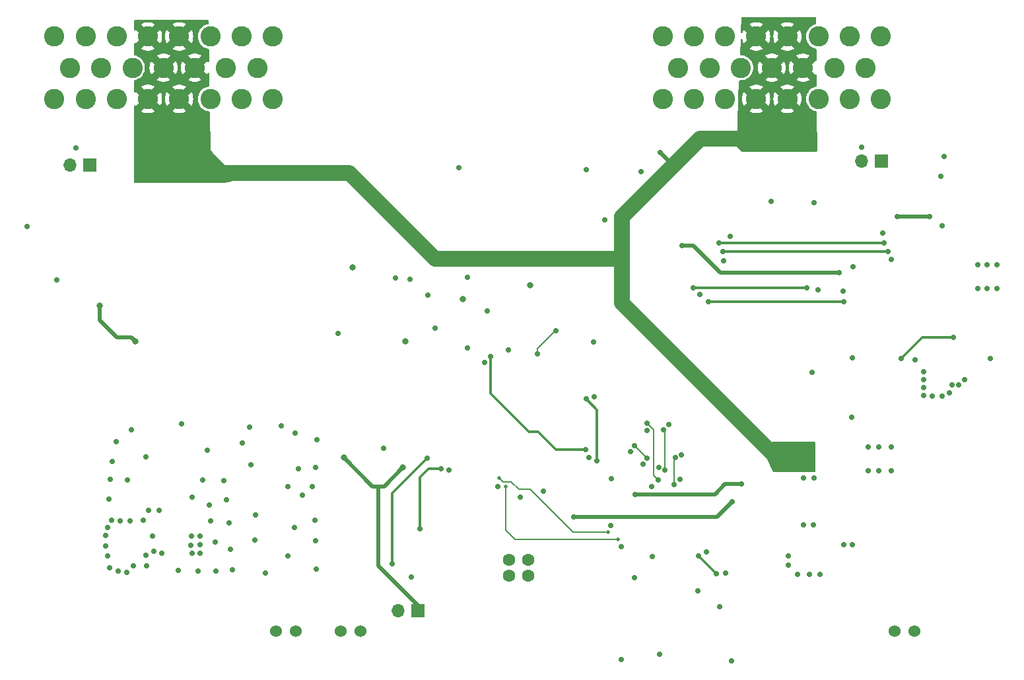
<source format=gbr>
G04 #@! TF.GenerationSoftware,KiCad,Pcbnew,7.0.8*
G04 #@! TF.CreationDate,2024-01-21T01:37:22-07:00*
G04 #@! TF.ProjectId,sdm24logger,73646d32-346c-46f6-9767-65722e6b6963,v3.1*
G04 #@! TF.SameCoordinates,Original*
G04 #@! TF.FileFunction,Copper,L4,Bot*
G04 #@! TF.FilePolarity,Positive*
%FSLAX46Y46*%
G04 Gerber Fmt 4.6, Leading zero omitted, Abs format (unit mm)*
G04 Created by KiCad (PCBNEW 7.0.8) date 2024-01-21 01:37:22*
%MOMM*%
%LPD*%
G01*
G04 APERTURE LIST*
G04 #@! TA.AperFunction,ComponentPad*
%ADD10R,1.700000X1.700000*%
G04 #@! TD*
G04 #@! TA.AperFunction,ComponentPad*
%ADD11O,1.700000X1.700000*%
G04 #@! TD*
G04 #@! TA.AperFunction,ComponentPad*
%ADD12C,2.600000*%
G04 #@! TD*
G04 #@! TA.AperFunction,ComponentPad*
%ADD13C,1.524000*%
G04 #@! TD*
G04 #@! TA.AperFunction,ComponentPad*
%ADD14C,1.600000*%
G04 #@! TD*
G04 #@! TA.AperFunction,ViaPad*
%ADD15C,0.700000*%
G04 #@! TD*
G04 #@! TA.AperFunction,ViaPad*
%ADD16C,0.800000*%
G04 #@! TD*
G04 #@! TA.AperFunction,ViaPad*
%ADD17C,0.500000*%
G04 #@! TD*
G04 #@! TA.AperFunction,Conductor*
%ADD18C,0.500000*%
G04 #@! TD*
G04 #@! TA.AperFunction,Conductor*
%ADD19C,0.300000*%
G04 #@! TD*
G04 #@! TA.AperFunction,Conductor*
%ADD20C,2.000000*%
G04 #@! TD*
G04 #@! TA.AperFunction,Conductor*
%ADD21C,0.156500*%
G04 #@! TD*
G04 #@! TA.AperFunction,Conductor*
%ADD22C,0.200000*%
G04 #@! TD*
G04 APERTURE END LIST*
D10*
X76540000Y-91465000D03*
D11*
X74000000Y-91465000D03*
D12*
X99999999Y-83000000D03*
X96000000Y-83000000D03*
X92000000Y-83000000D03*
X88000000Y-83000000D03*
X84000001Y-83000000D03*
X80000001Y-83000000D03*
X76000002Y-83000000D03*
X72000002Y-83000000D03*
X98000001Y-79000000D03*
X94000001Y-79000000D03*
X90000001Y-79000000D03*
X86000002Y-79000000D03*
X82000002Y-79000000D03*
X78000003Y-79000000D03*
X74000003Y-79000000D03*
X99999999Y-75000000D03*
X96000000Y-75000000D03*
X92000000Y-75000000D03*
X88000000Y-75000000D03*
X84000001Y-75000000D03*
X80000001Y-75000000D03*
X76000002Y-75000000D03*
X72000002Y-75000000D03*
X177999999Y-83000000D03*
X174000000Y-83000000D03*
X170000000Y-83000000D03*
X166000000Y-83000000D03*
X162000001Y-83000000D03*
X158000001Y-83000000D03*
X154000002Y-83000000D03*
X150000002Y-83000000D03*
X176000001Y-79000000D03*
X172000001Y-79000000D03*
X168000001Y-79000000D03*
X164000002Y-79000000D03*
X160000002Y-79000000D03*
X156000003Y-79000000D03*
X152000003Y-79000000D03*
X177999999Y-75000000D03*
X174000000Y-75000000D03*
X170000000Y-75000000D03*
X166000000Y-75000000D03*
X162000001Y-75000000D03*
X158000001Y-75000000D03*
X154000002Y-75000000D03*
X150000002Y-75000000D03*
D10*
X178075000Y-91000000D03*
D11*
X175535000Y-91000000D03*
D10*
X118575000Y-148600000D03*
D11*
X116035000Y-148600000D03*
D13*
X111270000Y-151270000D03*
X108730000Y-151270000D03*
X102970000Y-151270000D03*
X100430000Y-151270000D03*
D14*
X132760000Y-142160000D03*
X130260000Y-142160000D03*
X130260000Y-144160000D03*
X132760000Y-144160000D03*
D13*
X182270000Y-151270000D03*
X179730000Y-151270000D03*
D15*
X188000000Y-119700000D03*
X105100000Y-132700000D03*
X91600000Y-128100000D03*
X81400000Y-131900000D03*
X119900000Y-108200000D03*
X97200000Y-129900000D03*
X149600000Y-154200000D03*
X148700000Y-141700000D03*
X158675000Y-100635000D03*
X90700000Y-139100000D03*
X83400000Y-137000000D03*
X178200000Y-100200000D03*
X83750000Y-141500000D03*
X182400000Y-116500000D03*
X149481236Y-130227534D03*
X89500000Y-140250000D03*
X105400000Y-137000000D03*
X192900000Y-107300000D03*
X92000000Y-137100000D03*
X155650000Y-141100000D03*
X124935000Y-105870000D03*
X179300000Y-130700000D03*
X176400000Y-130700000D03*
X89700000Y-134100000D03*
X186800000Y-120700000D03*
X148000000Y-125500000D03*
X105600000Y-143300000D03*
X176400000Y-127600000D03*
X143400000Y-131700000D03*
X88300000Y-124700000D03*
X168800000Y-144000000D03*
X68500000Y-99400000D03*
X90700000Y-141300000D03*
X108400000Y-113100000D03*
X166100000Y-141600000D03*
X91000000Y-131900000D03*
X185800000Y-121100000D03*
X174300000Y-140200000D03*
X169300000Y-137600000D03*
X188700000Y-119000000D03*
X80200000Y-143600000D03*
X79000000Y-134300000D03*
X174200000Y-123800000D03*
X117600000Y-106100000D03*
X140200000Y-92100000D03*
X127480000Y-110170000D03*
X94100000Y-134400000D03*
X148600000Y-132700000D03*
X94400000Y-137400000D03*
X79300000Y-137000000D03*
X78600000Y-140300000D03*
X140510000Y-128980000D03*
X127200000Y-116800000D03*
X101900000Y-141600000D03*
X99100000Y-143800000D03*
X103300000Y-130400000D03*
X183500000Y-118000000D03*
X179300000Y-103600000D03*
X84600000Y-139100000D03*
X147519293Y-129860280D03*
X152435168Y-128665933D03*
X79200000Y-131800000D03*
X125000000Y-114900000D03*
X81700000Y-137100000D03*
X154800000Y-108100000D03*
X84750000Y-141000000D03*
X84100000Y-135800000D03*
X174300000Y-116200000D03*
X144700000Y-154900000D03*
X190400000Y-104300000D03*
X190400000Y-107300000D03*
X183500000Y-121000000D03*
X168100000Y-137600000D03*
X101100000Y-124900000D03*
D16*
X110200000Y-104600000D03*
D15*
X169200000Y-118100000D03*
X78800000Y-138000000D03*
X157300000Y-148100000D03*
X97000000Y-125100000D03*
X115700000Y-106000000D03*
X150800000Y-124800000D03*
X80400000Y-137100000D03*
X90700000Y-140200000D03*
X186100000Y-90400000D03*
X81900000Y-125400000D03*
X105700000Y-126700000D03*
X92600000Y-139800000D03*
X192000000Y-116300000D03*
X128900000Y-132700000D03*
X134700000Y-133300000D03*
X105500000Y-139700000D03*
X167300000Y-144000000D03*
X179300000Y-127600000D03*
X102800000Y-138000000D03*
X154500000Y-146100000D03*
X82100000Y-142900000D03*
X157800000Y-103800000D03*
X168100000Y-131600000D03*
X102900000Y-125900000D03*
X183500000Y-119000000D03*
X185800000Y-99300000D03*
X72300000Y-106200000D03*
X141100000Y-114200000D03*
X146400000Y-144400000D03*
X94600000Y-140800000D03*
X114200000Y-127800000D03*
X79900000Y-127000000D03*
D16*
X124400000Y-108700000D03*
D15*
X94800000Y-143400000D03*
X169900000Y-107500000D03*
X130200000Y-115200000D03*
D16*
X133000000Y-106900000D03*
D15*
X173100000Y-107700000D03*
X174400000Y-104500000D03*
X185700000Y-92900000D03*
X187100000Y-119700000D03*
X170200000Y-144000000D03*
X175500000Y-89200000D03*
X91900000Y-135100000D03*
X117800000Y-144300000D03*
X177700000Y-127600000D03*
X163875000Y-96135000D03*
X123900000Y-91800000D03*
X78600000Y-139000000D03*
X81300000Y-143700000D03*
D16*
X117000000Y-114100000D03*
D15*
X158050000Y-143840000D03*
X74800000Y-89300000D03*
X89700000Y-141300000D03*
X78800000Y-141600000D03*
X87900000Y-143500000D03*
X85400000Y-135800000D03*
X83700000Y-128900000D03*
X142600000Y-98500000D03*
X158800000Y-155100000D03*
X183500000Y-120000000D03*
X79100000Y-143100000D03*
X144700000Y-140400000D03*
X145860298Y-128219602D03*
X184600000Y-121100000D03*
X177700000Y-130700000D03*
X122600000Y-130600000D03*
X192900000Y-104300000D03*
X92700000Y-143600000D03*
X169400000Y-131600000D03*
X169400000Y-96300000D03*
X105500000Y-130300000D03*
X143300000Y-137700000D03*
X79400000Y-129500000D03*
X131700000Y-134100000D03*
X83800000Y-142900000D03*
X173200000Y-140200000D03*
X191600000Y-107300000D03*
X152200000Y-131800000D03*
X97700000Y-139600000D03*
X101900000Y-132700000D03*
X191600000Y-104300000D03*
X96100000Y-127100000D03*
X89600000Y-139100000D03*
X103800000Y-133800000D03*
X97800000Y-136400000D03*
X85750000Y-141250000D03*
X120800000Y-112400000D03*
X93700000Y-132000000D03*
X141200000Y-121200000D03*
X166100000Y-142800000D03*
X147200000Y-92300000D03*
X90446173Y-143599177D03*
D16*
X82400000Y-114100000D03*
X109100000Y-129000000D03*
D15*
X152500000Y-101800000D03*
X172600000Y-105331032D03*
D16*
X77800000Y-109500000D03*
D15*
X146500000Y-133700000D03*
X180100000Y-98100000D03*
D16*
X116700000Y-130300000D03*
D15*
X160100000Y-132400000D03*
X184200000Y-98100000D03*
X140100000Y-128000000D03*
X127900000Y-116000000D03*
X138600000Y-136600000D03*
X158900000Y-134700000D03*
X167800000Y-128900000D03*
X168800000Y-127900000D03*
X166800000Y-128900000D03*
X166800000Y-127900000D03*
X168800000Y-128900000D03*
X167800000Y-129900000D03*
X167800000Y-127900000D03*
X168800000Y-129900000D03*
X149700000Y-89900000D03*
X166800000Y-129900000D03*
X141600000Y-129400000D03*
X140200000Y-121500000D03*
X156900000Y-143900000D03*
X154600000Y-141600000D03*
X115300000Y-142600000D03*
X119800000Y-129100000D03*
X173200000Y-109000000D03*
X155900000Y-109000000D03*
D17*
X143000000Y-138600000D03*
X129000000Y-131600000D03*
X144300000Y-139500000D03*
X129900000Y-132700000D03*
D15*
X146400000Y-127500000D03*
X148000000Y-129100000D03*
X151600000Y-129000000D03*
X151500000Y-132500000D03*
X149400000Y-131900000D03*
X148000000Y-124600000D03*
X150300000Y-130600000D03*
X150150000Y-125450000D03*
X153900000Y-107200000D03*
X168500000Y-107200000D03*
X136300000Y-112700000D03*
X133900000Y-115700000D03*
X118900000Y-138100000D03*
X121600000Y-130400000D03*
X157700000Y-102600000D03*
X178900000Y-102600000D03*
X157200000Y-101500000D03*
X178400000Y-101500000D03*
X180600000Y-116300000D03*
X187300000Y-113600000D03*
D18*
X153900000Y-101800000D02*
X152500000Y-101800000D01*
X114300000Y-132700000D02*
X113500000Y-132700000D01*
X80000000Y-113600000D02*
X77800000Y-111400000D01*
X118575000Y-147975000D02*
X113500000Y-142900000D01*
X184200000Y-98100000D02*
X180100000Y-98100000D01*
X113500000Y-142900000D02*
X113500000Y-132700000D01*
X156700000Y-133700000D02*
X158000000Y-132400000D01*
X113500000Y-132700000D02*
X112800000Y-132700000D01*
X158000000Y-132400000D02*
X160100000Y-132400000D01*
X77800000Y-111400000D02*
X77800000Y-109500000D01*
X146500000Y-133700000D02*
X156700000Y-133700000D01*
X81900000Y-113600000D02*
X80000000Y-113600000D01*
X116700000Y-130300000D02*
X114300000Y-132700000D01*
X118575000Y-148600000D02*
X118575000Y-147975000D01*
X112800000Y-132700000D02*
X109100000Y-129000000D01*
X157431032Y-105331032D02*
X153900000Y-101800000D01*
X82400000Y-114100000D02*
X81900000Y-113600000D01*
X172600000Y-105331032D02*
X157431032Y-105331032D01*
D19*
X136300000Y-128000000D02*
X140100000Y-128000000D01*
X134000000Y-125700000D02*
X136300000Y-128000000D01*
X132800000Y-125700000D02*
X134000000Y-125700000D01*
X127900000Y-116000000D02*
X127900000Y-120800000D01*
X127900000Y-120800000D02*
X132800000Y-125700000D01*
D18*
X138600000Y-136600000D02*
X157000000Y-136600000D01*
X157000000Y-136600000D02*
X158900000Y-134700000D01*
D20*
X167800000Y-128900000D02*
X164500000Y-128900000D01*
X154800000Y-88100000D02*
X162500000Y-88100000D01*
X144800000Y-103500000D02*
X144800000Y-98100000D01*
X93500001Y-92500000D02*
X88000000Y-86999999D01*
D18*
X151350000Y-91550000D02*
X149700000Y-89900000D01*
D20*
X144800000Y-109200000D02*
X144800000Y-103500000D01*
X151350000Y-91550000D02*
X154800000Y-88100000D01*
X120800000Y-103500000D02*
X109800000Y-92500000D01*
X109800000Y-92500000D02*
X93500001Y-92500000D01*
X144800000Y-103500000D02*
X120800000Y-103500000D01*
X164500000Y-128900000D02*
X144800000Y-109200000D01*
X144800000Y-98100000D02*
X151350000Y-91550000D01*
D19*
X141600000Y-122900000D02*
X140200000Y-121500000D01*
X141600000Y-129400000D02*
X141600000Y-122900000D01*
X154600000Y-141600000D02*
X156900000Y-143900000D01*
X119800000Y-129100000D02*
X115300000Y-133600000D01*
X115300000Y-133600000D02*
X115300000Y-142600000D01*
X155900000Y-109000000D02*
X173200000Y-109000000D01*
D21*
X129500000Y-132100000D02*
X129700000Y-132100000D01*
X138500000Y-138600000D02*
X143000000Y-138600000D01*
X129000000Y-131600000D02*
X129500000Y-132100000D01*
X130588480Y-132100000D02*
X131588480Y-133100000D01*
X133000000Y-133100000D02*
X138500000Y-138600000D01*
X129700000Y-132100000D02*
X130588480Y-132100000D01*
X131588480Y-133100000D02*
X133000000Y-133100000D01*
X131100000Y-139500000D02*
X129900000Y-138300000D01*
X144300000Y-139500000D02*
X131100000Y-139500000D01*
X129900000Y-138300000D02*
X129900000Y-132700000D01*
X148000000Y-129100000D02*
X146400000Y-127500000D01*
X151500000Y-132500000D02*
X151500000Y-129100000D01*
X151500000Y-129100000D02*
X151600000Y-129000000D01*
X148800000Y-125400000D02*
X148000000Y-124600000D01*
X148800000Y-131300000D02*
X148800000Y-125400000D01*
X149400000Y-131900000D02*
X148800000Y-131300000D01*
X150300000Y-130600000D02*
X150300000Y-125600000D01*
X150300000Y-125600000D02*
X150150000Y-125450000D01*
D19*
X153900000Y-107200000D02*
X168500000Y-107200000D01*
D22*
X136200000Y-112700000D02*
X136300000Y-112700000D01*
X133900000Y-115700000D02*
X133900000Y-115000000D01*
X133900000Y-115000000D02*
X136200000Y-112700000D01*
D19*
X118900000Y-138100000D02*
X118900000Y-131500000D01*
X120000000Y-130400000D02*
X121600000Y-130400000D01*
X118900000Y-131500000D02*
X120000000Y-130400000D01*
X157700000Y-102600000D02*
X178900000Y-102600000D01*
X157200000Y-101500000D02*
X178400000Y-101500000D01*
X183300000Y-113600000D02*
X187300000Y-113600000D01*
X180600000Y-116300000D02*
X183300000Y-113600000D01*
G04 #@! TA.AperFunction,Conductor*
G36*
X91744524Y-72919685D02*
G01*
X91790279Y-72972489D01*
X91801476Y-73022507D01*
X91804838Y-73301626D01*
X91785962Y-73368897D01*
X91733713Y-73415285D01*
X91709794Y-73423693D01*
X91503889Y-73473126D01*
X91271140Y-73569533D01*
X91056346Y-73701160D01*
X91056343Y-73701161D01*
X90864776Y-73864776D01*
X90701161Y-74056343D01*
X90701160Y-74056346D01*
X90569533Y-74271140D01*
X90473126Y-74503889D01*
X90414317Y-74748848D01*
X90394551Y-75000000D01*
X90414317Y-75251151D01*
X90473126Y-75496110D01*
X90569533Y-75728859D01*
X90701160Y-75943653D01*
X90701161Y-75943656D01*
X90756604Y-76008571D01*
X90864776Y-76135224D01*
X91013066Y-76261875D01*
X91056343Y-76298838D01*
X91056346Y-76298839D01*
X91271140Y-76430466D01*
X91503889Y-76526873D01*
X91748852Y-76585683D01*
X91748857Y-76585683D01*
X91750801Y-76586150D01*
X91811393Y-76620940D01*
X91843557Y-76682966D01*
X91845845Y-76705230D01*
X91863426Y-78164480D01*
X91844550Y-78231752D01*
X91792302Y-78278140D01*
X91723268Y-78288916D01*
X91659367Y-78260658D01*
X91627709Y-78219763D01*
X91626288Y-78216813D01*
X91576510Y-78130595D01*
X90865478Y-78841628D01*
X90818863Y-78673735D01*
X90729582Y-78505332D01*
X90606185Y-78360059D01*
X90454445Y-78244709D01*
X90281455Y-78164675D01*
X90155864Y-78137030D01*
X90871197Y-77421697D01*
X90871196Y-77421695D01*
X90659461Y-77319730D01*
X90659463Y-77319730D01*
X90401663Y-77240209D01*
X90401657Y-77240207D01*
X90134899Y-77200000D01*
X89865102Y-77200000D01*
X89598344Y-77240207D01*
X89598338Y-77240209D01*
X89340539Y-77319730D01*
X89128804Y-77421695D01*
X89128804Y-77421696D01*
X89842743Y-78135635D01*
X89810512Y-78139141D01*
X89629883Y-78200002D01*
X89466560Y-78298270D01*
X89328180Y-78429350D01*
X89221214Y-78587113D01*
X89150663Y-78764183D01*
X89137481Y-78844587D01*
X88423490Y-78130596D01*
X88373709Y-78216821D01*
X88373707Y-78216825D01*
X88275149Y-78467947D01*
X88275143Y-78467966D01*
X88215114Y-78730971D01*
X88215114Y-78730973D01*
X88194954Y-78999995D01*
X88194954Y-79000004D01*
X88215114Y-79269026D01*
X88215114Y-79269028D01*
X88275143Y-79532033D01*
X88275149Y-79532052D01*
X88373710Y-79783181D01*
X88423490Y-79869402D01*
X88423491Y-79869403D01*
X89134523Y-79158370D01*
X89181139Y-79326265D01*
X89270420Y-79494668D01*
X89393817Y-79639941D01*
X89545557Y-79755291D01*
X89718547Y-79835325D01*
X89844137Y-79862969D01*
X89128803Y-80578303D01*
X89340540Y-80680269D01*
X89340538Y-80680269D01*
X89598338Y-80759790D01*
X89598344Y-80759792D01*
X89865102Y-80799999D01*
X89865111Y-80800000D01*
X90134891Y-80800000D01*
X90134899Y-80799999D01*
X90401657Y-80759792D01*
X90401663Y-80759790D01*
X90659459Y-80680270D01*
X90871196Y-80578302D01*
X90157258Y-79864364D01*
X90189490Y-79860859D01*
X90370119Y-79799998D01*
X90533442Y-79701730D01*
X90671822Y-79570650D01*
X90778788Y-79412887D01*
X90849339Y-79235817D01*
X90862520Y-79155413D01*
X91576510Y-79869403D01*
X91576511Y-79869403D01*
X91626290Y-79783183D01*
X91643508Y-79739313D01*
X91686323Y-79684099D01*
X91752193Y-79660798D01*
X91820204Y-79676807D01*
X91868763Y-79727044D01*
X91882928Y-79783120D01*
X91901038Y-81286220D01*
X91882163Y-81353492D01*
X91829914Y-81399880D01*
X91786779Y-81411332D01*
X91784364Y-81411522D01*
X91748852Y-81414317D01*
X91748848Y-81414318D01*
X91503889Y-81473126D01*
X91271140Y-81569533D01*
X91056346Y-81701160D01*
X91056343Y-81701161D01*
X90864776Y-81864776D01*
X90701161Y-82056343D01*
X90701160Y-82056346D01*
X90569533Y-82271140D01*
X90473126Y-82503889D01*
X90414317Y-82748848D01*
X90394551Y-83000000D01*
X90414317Y-83251151D01*
X90473126Y-83496110D01*
X90569533Y-83728859D01*
X90701160Y-83943653D01*
X90701161Y-83943656D01*
X90756604Y-84008571D01*
X90864776Y-84135224D01*
X91013066Y-84261875D01*
X91056343Y-84298838D01*
X91056346Y-84298839D01*
X91271140Y-84430466D01*
X91503889Y-84526873D01*
X91748852Y-84585683D01*
X91828075Y-84591918D01*
X91893363Y-84616802D01*
X91934834Y-84673033D01*
X91942337Y-84714042D01*
X92000000Y-89500001D01*
X94887947Y-93350596D01*
X94912423Y-93416038D01*
X94897633Y-93484325D01*
X94848272Y-93533775D01*
X94818822Y-93545294D01*
X94296000Y-93676000D01*
X93814807Y-93796298D01*
X93784734Y-93800000D01*
X82324000Y-93800000D01*
X82256961Y-93780315D01*
X82211206Y-93727511D01*
X82200000Y-93676000D01*
X82200000Y-83945080D01*
X82219685Y-83878041D01*
X82272489Y-83832286D01*
X82341647Y-83822342D01*
X82405203Y-83851367D01*
X82419680Y-83868901D01*
X82423491Y-83869403D01*
X83134523Y-83158370D01*
X83181139Y-83326265D01*
X83270420Y-83494668D01*
X83393817Y-83639941D01*
X83545557Y-83755291D01*
X83718547Y-83835325D01*
X83844137Y-83862969D01*
X83128803Y-84578303D01*
X83340540Y-84680269D01*
X83340538Y-84680269D01*
X83598338Y-84759790D01*
X83598344Y-84759792D01*
X83865102Y-84799999D01*
X83865111Y-84800000D01*
X84134891Y-84800000D01*
X84134899Y-84799999D01*
X84401657Y-84759792D01*
X84401663Y-84759790D01*
X84659459Y-84680270D01*
X84871196Y-84578302D01*
X84157258Y-83864364D01*
X84189490Y-83860859D01*
X84370119Y-83799998D01*
X84533442Y-83701730D01*
X84671822Y-83570650D01*
X84778788Y-83412887D01*
X84849339Y-83235817D01*
X84862520Y-83155412D01*
X85576510Y-83869403D01*
X85576511Y-83869403D01*
X85626291Y-83783182D01*
X85626294Y-83783175D01*
X85724852Y-83532052D01*
X85724858Y-83532033D01*
X85784887Y-83269028D01*
X85784887Y-83269026D01*
X85805048Y-83000004D01*
X86194953Y-83000004D01*
X86215113Y-83269026D01*
X86215113Y-83269028D01*
X86275142Y-83532033D01*
X86275148Y-83532052D01*
X86373709Y-83783181D01*
X86423489Y-83869402D01*
X86423490Y-83869403D01*
X87134522Y-83158370D01*
X87181138Y-83326265D01*
X87270419Y-83494668D01*
X87393816Y-83639941D01*
X87545556Y-83755291D01*
X87718546Y-83835325D01*
X87844136Y-83862969D01*
X87128802Y-84578303D01*
X87340539Y-84680269D01*
X87340537Y-84680269D01*
X87598337Y-84759790D01*
X87598343Y-84759792D01*
X87865101Y-84799999D01*
X87865110Y-84800000D01*
X88134890Y-84800000D01*
X88134898Y-84799999D01*
X88401656Y-84759792D01*
X88401662Y-84759790D01*
X88659458Y-84680270D01*
X88871195Y-84578302D01*
X88157257Y-83864364D01*
X88189489Y-83860859D01*
X88370118Y-83799998D01*
X88533441Y-83701730D01*
X88671821Y-83570650D01*
X88778787Y-83412887D01*
X88849338Y-83235817D01*
X88862519Y-83155413D01*
X89576509Y-83869403D01*
X89576510Y-83869403D01*
X89626290Y-83783182D01*
X89626293Y-83783175D01*
X89724851Y-83532052D01*
X89724857Y-83532033D01*
X89784886Y-83269028D01*
X89784886Y-83269026D01*
X89805047Y-83000004D01*
X89805047Y-82999995D01*
X89784886Y-82730973D01*
X89784886Y-82730971D01*
X89724857Y-82467966D01*
X89724851Y-82467947D01*
X89626290Y-82216818D01*
X89576509Y-82130595D01*
X88865477Y-82841628D01*
X88818862Y-82673735D01*
X88729581Y-82505332D01*
X88606184Y-82360059D01*
X88454444Y-82244709D01*
X88281454Y-82164675D01*
X88155863Y-82137030D01*
X88871196Y-81421697D01*
X88871195Y-81421695D01*
X88659460Y-81319730D01*
X88659462Y-81319730D01*
X88401662Y-81240209D01*
X88401656Y-81240207D01*
X88134898Y-81200000D01*
X87865101Y-81200000D01*
X87598343Y-81240207D01*
X87598337Y-81240209D01*
X87340538Y-81319730D01*
X87128803Y-81421695D01*
X87128803Y-81421696D01*
X87842742Y-82135635D01*
X87810511Y-82139141D01*
X87629882Y-82200002D01*
X87466559Y-82298270D01*
X87328179Y-82429350D01*
X87221213Y-82587113D01*
X87150662Y-82764183D01*
X87137480Y-82844587D01*
X86423489Y-82130596D01*
X86373708Y-82216821D01*
X86373706Y-82216825D01*
X86275148Y-82467947D01*
X86275142Y-82467966D01*
X86215113Y-82730971D01*
X86215113Y-82730973D01*
X86194953Y-82999995D01*
X86194953Y-83000004D01*
X85805048Y-83000004D01*
X85805048Y-82999995D01*
X85784887Y-82730973D01*
X85784887Y-82730971D01*
X85724858Y-82467966D01*
X85724852Y-82467947D01*
X85626291Y-82216818D01*
X85576510Y-82130595D01*
X84865478Y-82841628D01*
X84818863Y-82673735D01*
X84729582Y-82505332D01*
X84606185Y-82360059D01*
X84454445Y-82244709D01*
X84281455Y-82164675D01*
X84155864Y-82137030D01*
X84871197Y-81421697D01*
X84871196Y-81421695D01*
X84659461Y-81319730D01*
X84659463Y-81319730D01*
X84401663Y-81240209D01*
X84401657Y-81240207D01*
X84134899Y-81200000D01*
X83865102Y-81200000D01*
X83598344Y-81240207D01*
X83598338Y-81240209D01*
X83340539Y-81319730D01*
X83128804Y-81421695D01*
X83128804Y-81421696D01*
X83842743Y-82135635D01*
X83810512Y-82139141D01*
X83629883Y-82200002D01*
X83466560Y-82298270D01*
X83328180Y-82429350D01*
X83221214Y-82587113D01*
X83150663Y-82764183D01*
X83137481Y-82844587D01*
X82423490Y-82130596D01*
X82416007Y-82131581D01*
X82380820Y-82165132D01*
X82312213Y-82178356D01*
X82247349Y-82152388D01*
X82206820Y-82095474D01*
X82200000Y-82054917D01*
X82200000Y-80695716D01*
X82219685Y-80628677D01*
X82272489Y-80582922D01*
X82295047Y-80575144D01*
X82496113Y-80526873D01*
X82728861Y-80430466D01*
X82943661Y-80298836D01*
X83135226Y-80135224D01*
X83298838Y-79943659D01*
X83430468Y-79728859D01*
X83526875Y-79496111D01*
X83585685Y-79251148D01*
X83605451Y-79000004D01*
X84194955Y-79000004D01*
X84215115Y-79269026D01*
X84215115Y-79269028D01*
X84275144Y-79532033D01*
X84275150Y-79532052D01*
X84373711Y-79783181D01*
X84423491Y-79869402D01*
X84423492Y-79869403D01*
X85134524Y-79158370D01*
X85181140Y-79326265D01*
X85270421Y-79494668D01*
X85393818Y-79639941D01*
X85545558Y-79755291D01*
X85718548Y-79835325D01*
X85844138Y-79862969D01*
X85128804Y-80578303D01*
X85340541Y-80680269D01*
X85340539Y-80680269D01*
X85598339Y-80759790D01*
X85598345Y-80759792D01*
X85865103Y-80799999D01*
X85865112Y-80800000D01*
X86134892Y-80800000D01*
X86134900Y-80799999D01*
X86401658Y-80759792D01*
X86401664Y-80759790D01*
X86659460Y-80680270D01*
X86871197Y-80578302D01*
X86157259Y-79864364D01*
X86189491Y-79860859D01*
X86370120Y-79799998D01*
X86533443Y-79701730D01*
X86671823Y-79570650D01*
X86778789Y-79412887D01*
X86849340Y-79235817D01*
X86862521Y-79155413D01*
X87576511Y-79869403D01*
X87576512Y-79869403D01*
X87626292Y-79783182D01*
X87626295Y-79783175D01*
X87724853Y-79532052D01*
X87724859Y-79532033D01*
X87784888Y-79269028D01*
X87784888Y-79269026D01*
X87805049Y-79000004D01*
X87805049Y-78999995D01*
X87784888Y-78730973D01*
X87784888Y-78730971D01*
X87724859Y-78467966D01*
X87724853Y-78467947D01*
X87626292Y-78216818D01*
X87576511Y-78130595D01*
X86865479Y-78841628D01*
X86818864Y-78673735D01*
X86729583Y-78505332D01*
X86606186Y-78360059D01*
X86454446Y-78244709D01*
X86281456Y-78164675D01*
X86155865Y-78137030D01*
X86871198Y-77421697D01*
X86871197Y-77421695D01*
X86659462Y-77319730D01*
X86659464Y-77319730D01*
X86401664Y-77240209D01*
X86401658Y-77240207D01*
X86134900Y-77200000D01*
X85865103Y-77200000D01*
X85598345Y-77240207D01*
X85598339Y-77240209D01*
X85340540Y-77319730D01*
X85128805Y-77421695D01*
X85128805Y-77421696D01*
X85842744Y-78135635D01*
X85810513Y-78139141D01*
X85629884Y-78200002D01*
X85466561Y-78298270D01*
X85328181Y-78429350D01*
X85221215Y-78587113D01*
X85150664Y-78764183D01*
X85137482Y-78844587D01*
X84423491Y-78130596D01*
X84373710Y-78216821D01*
X84373708Y-78216825D01*
X84275150Y-78467947D01*
X84275144Y-78467966D01*
X84215115Y-78730971D01*
X84215115Y-78730973D01*
X84194955Y-78999995D01*
X84194955Y-79000004D01*
X83605451Y-79000004D01*
X83605451Y-79000000D01*
X83585685Y-78748852D01*
X83526875Y-78503889D01*
X83467299Y-78360059D01*
X83430468Y-78271140D01*
X83298841Y-78056346D01*
X83298840Y-78056343D01*
X83261877Y-78013066D01*
X83135226Y-77864776D01*
X83008573Y-77756604D01*
X82943658Y-77701161D01*
X82943655Y-77701160D01*
X82728861Y-77569533D01*
X82496112Y-77473126D01*
X82295053Y-77424857D01*
X82234461Y-77390066D01*
X82202297Y-77328040D01*
X82200000Y-77304283D01*
X82200000Y-75945080D01*
X82219685Y-75878041D01*
X82272489Y-75832286D01*
X82341647Y-75822342D01*
X82405203Y-75851367D01*
X82419680Y-75868901D01*
X82423491Y-75869403D01*
X83134523Y-75158370D01*
X83181139Y-75326265D01*
X83270420Y-75494668D01*
X83393817Y-75639941D01*
X83545557Y-75755291D01*
X83718547Y-75835325D01*
X83844137Y-75862969D01*
X83128803Y-76578303D01*
X83340540Y-76680269D01*
X83340538Y-76680269D01*
X83598338Y-76759790D01*
X83598344Y-76759792D01*
X83865102Y-76799999D01*
X83865111Y-76800000D01*
X84134891Y-76800000D01*
X84134899Y-76799999D01*
X84401657Y-76759792D01*
X84401663Y-76759790D01*
X84659459Y-76680270D01*
X84871196Y-76578302D01*
X84157258Y-75864364D01*
X84189490Y-75860859D01*
X84370119Y-75799998D01*
X84533442Y-75701730D01*
X84671822Y-75570650D01*
X84778788Y-75412887D01*
X84849339Y-75235817D01*
X84862520Y-75155412D01*
X85576510Y-75869403D01*
X85576511Y-75869403D01*
X85626291Y-75783182D01*
X85626294Y-75783175D01*
X85724852Y-75532052D01*
X85724858Y-75532033D01*
X85784887Y-75269028D01*
X85784887Y-75269026D01*
X85805048Y-75000004D01*
X86194953Y-75000004D01*
X86215113Y-75269026D01*
X86215113Y-75269028D01*
X86275142Y-75532033D01*
X86275148Y-75532052D01*
X86373709Y-75783181D01*
X86423489Y-75869402D01*
X86423490Y-75869403D01*
X87134522Y-75158370D01*
X87181138Y-75326265D01*
X87270419Y-75494668D01*
X87393816Y-75639941D01*
X87545556Y-75755291D01*
X87718546Y-75835325D01*
X87844136Y-75862969D01*
X87128802Y-76578303D01*
X87340539Y-76680269D01*
X87340537Y-76680269D01*
X87598337Y-76759790D01*
X87598343Y-76759792D01*
X87865101Y-76799999D01*
X87865110Y-76800000D01*
X88134890Y-76800000D01*
X88134898Y-76799999D01*
X88401656Y-76759792D01*
X88401662Y-76759790D01*
X88659458Y-76680270D01*
X88871195Y-76578302D01*
X88157257Y-75864364D01*
X88189489Y-75860859D01*
X88370118Y-75799998D01*
X88533441Y-75701730D01*
X88671821Y-75570650D01*
X88778787Y-75412887D01*
X88849338Y-75235817D01*
X88862519Y-75155413D01*
X89576509Y-75869403D01*
X89576510Y-75869403D01*
X89626290Y-75783182D01*
X89626293Y-75783175D01*
X89724851Y-75532052D01*
X89724857Y-75532033D01*
X89784886Y-75269028D01*
X89784886Y-75269026D01*
X89805047Y-75000004D01*
X89805047Y-74999995D01*
X89784886Y-74730973D01*
X89784886Y-74730971D01*
X89724857Y-74467966D01*
X89724851Y-74467947D01*
X89626290Y-74216818D01*
X89576509Y-74130595D01*
X88865477Y-74841628D01*
X88818862Y-74673735D01*
X88729581Y-74505332D01*
X88606184Y-74360059D01*
X88454444Y-74244709D01*
X88281454Y-74164675D01*
X88155863Y-74137030D01*
X88871196Y-73421697D01*
X88871195Y-73421695D01*
X88659460Y-73319730D01*
X88659462Y-73319730D01*
X88401662Y-73240209D01*
X88401656Y-73240207D01*
X88134898Y-73200000D01*
X87865101Y-73200000D01*
X87598343Y-73240207D01*
X87598337Y-73240209D01*
X87340538Y-73319730D01*
X87128803Y-73421695D01*
X87128803Y-73421696D01*
X87842742Y-74135635D01*
X87810511Y-74139141D01*
X87629882Y-74200002D01*
X87466559Y-74298270D01*
X87328179Y-74429350D01*
X87221213Y-74587113D01*
X87150662Y-74764183D01*
X87137480Y-74844587D01*
X86423489Y-74130596D01*
X86373708Y-74216821D01*
X86373706Y-74216825D01*
X86275148Y-74467947D01*
X86275142Y-74467966D01*
X86215113Y-74730971D01*
X86215113Y-74730973D01*
X86194953Y-74999995D01*
X86194953Y-75000004D01*
X85805048Y-75000004D01*
X85805048Y-74999995D01*
X85784887Y-74730973D01*
X85784887Y-74730971D01*
X85724858Y-74467966D01*
X85724852Y-74467947D01*
X85626291Y-74216818D01*
X85576510Y-74130595D01*
X84865478Y-74841628D01*
X84818863Y-74673735D01*
X84729582Y-74505332D01*
X84606185Y-74360059D01*
X84454445Y-74244709D01*
X84281455Y-74164675D01*
X84155864Y-74137030D01*
X84871197Y-73421697D01*
X84871196Y-73421695D01*
X84659461Y-73319730D01*
X84659463Y-73319730D01*
X84401663Y-73240209D01*
X84401657Y-73240207D01*
X84134899Y-73200000D01*
X83865102Y-73200000D01*
X83598344Y-73240207D01*
X83598338Y-73240209D01*
X83340539Y-73319730D01*
X83128804Y-73421695D01*
X83128804Y-73421696D01*
X83842743Y-74135635D01*
X83810512Y-74139141D01*
X83629883Y-74200002D01*
X83466560Y-74298270D01*
X83328180Y-74429350D01*
X83221214Y-74587113D01*
X83150663Y-74764183D01*
X83137481Y-74844587D01*
X82423490Y-74130596D01*
X82416007Y-74131581D01*
X82380820Y-74165132D01*
X82312213Y-74178356D01*
X82247349Y-74152388D01*
X82206820Y-74095474D01*
X82200000Y-74054917D01*
X82200000Y-73024000D01*
X82219685Y-72956961D01*
X82272489Y-72911206D01*
X82324000Y-72900000D01*
X91677485Y-72900000D01*
X91744524Y-72919685D01*
G37*
G04 #@! TD.AperFunction*
G04 #@! TA.AperFunction,Conductor*
G36*
X169643754Y-72519685D02*
G01*
X169689509Y-72572489D01*
X169700713Y-72623283D01*
X169704776Y-73326426D01*
X169685479Y-73393579D01*
X169632940Y-73439638D01*
X169609727Y-73447716D01*
X169503893Y-73473125D01*
X169503884Y-73473128D01*
X169271144Y-73569531D01*
X169271141Y-73569533D01*
X169056346Y-73701160D01*
X169056343Y-73701161D01*
X168864776Y-73864776D01*
X168701161Y-74056343D01*
X168701160Y-74056346D01*
X168569533Y-74271140D01*
X168473126Y-74503889D01*
X168414317Y-74748848D01*
X168394551Y-75000000D01*
X168414317Y-75251151D01*
X168473126Y-75496110D01*
X168569533Y-75728859D01*
X168701160Y-75943653D01*
X168701161Y-75943656D01*
X168701164Y-75943659D01*
X168864776Y-76135224D01*
X169013066Y-76261875D01*
X169056343Y-76298838D01*
X169056346Y-76298839D01*
X169271140Y-76430466D01*
X169503889Y-76526873D01*
X169629091Y-76556931D01*
X169689683Y-76591721D01*
X169721847Y-76653748D01*
X169724142Y-76676788D01*
X169731843Y-78008933D01*
X169712546Y-78076085D01*
X169660008Y-78122145D01*
X169591662Y-78132589D01*
X169576511Y-78130594D01*
X168865478Y-78841628D01*
X168818863Y-78673735D01*
X168729582Y-78505332D01*
X168606185Y-78360059D01*
X168454445Y-78244709D01*
X168281455Y-78164675D01*
X168155864Y-78137030D01*
X168871197Y-77421697D01*
X168871196Y-77421695D01*
X168659461Y-77319730D01*
X168659463Y-77319730D01*
X168401663Y-77240209D01*
X168401657Y-77240207D01*
X168134899Y-77200000D01*
X167865102Y-77200000D01*
X167598344Y-77240207D01*
X167598338Y-77240209D01*
X167340539Y-77319730D01*
X167128804Y-77421695D01*
X167128804Y-77421696D01*
X167842743Y-78135635D01*
X167810512Y-78139141D01*
X167629883Y-78200002D01*
X167466560Y-78298270D01*
X167328180Y-78429350D01*
X167221214Y-78587113D01*
X167150663Y-78764183D01*
X167137481Y-78844587D01*
X166423490Y-78130596D01*
X166373709Y-78216821D01*
X166373707Y-78216825D01*
X166275149Y-78467947D01*
X166275143Y-78467966D01*
X166215114Y-78730971D01*
X166215114Y-78730973D01*
X166194954Y-78999995D01*
X166194954Y-79000004D01*
X166215114Y-79269026D01*
X166215114Y-79269028D01*
X166275143Y-79532033D01*
X166275149Y-79532052D01*
X166373710Y-79783181D01*
X166423490Y-79869402D01*
X166423491Y-79869403D01*
X167134523Y-79158370D01*
X167181139Y-79326265D01*
X167270420Y-79494668D01*
X167393817Y-79639941D01*
X167545557Y-79755291D01*
X167718547Y-79835325D01*
X167844137Y-79862969D01*
X167128803Y-80578303D01*
X167340540Y-80680269D01*
X167340538Y-80680269D01*
X167598338Y-80759790D01*
X167598344Y-80759792D01*
X167865102Y-80799999D01*
X167865111Y-80800000D01*
X168134891Y-80800000D01*
X168134899Y-80799999D01*
X168401657Y-80759792D01*
X168401663Y-80759790D01*
X168659459Y-80680270D01*
X168871196Y-80578302D01*
X168157258Y-79864364D01*
X168189490Y-79860859D01*
X168370119Y-79799998D01*
X168533442Y-79701730D01*
X168671822Y-79570650D01*
X168778788Y-79412887D01*
X168849339Y-79235817D01*
X168862520Y-79155412D01*
X169576510Y-79869403D01*
X169603100Y-79865903D01*
X169672135Y-79876669D01*
X169724391Y-79923049D01*
X169743283Y-79988125D01*
X169750955Y-81315340D01*
X169731658Y-81382492D01*
X169679120Y-81428552D01*
X169655904Y-81436631D01*
X169503889Y-81473126D01*
X169271140Y-81569533D01*
X169056346Y-81701160D01*
X169056343Y-81701161D01*
X168864776Y-81864776D01*
X168701161Y-82056343D01*
X168701160Y-82056346D01*
X168569533Y-82271140D01*
X168473126Y-82503889D01*
X168414317Y-82748848D01*
X168394551Y-83000000D01*
X168414317Y-83251151D01*
X168473126Y-83496110D01*
X168569533Y-83728859D01*
X168701160Y-83943653D01*
X168701161Y-83943656D01*
X168701164Y-83943659D01*
X168864776Y-84135224D01*
X169013066Y-84261875D01*
X169056343Y-84298838D01*
X169056346Y-84298839D01*
X169271140Y-84430466D01*
X169503889Y-84526873D01*
X169675399Y-84568048D01*
X169735990Y-84602838D01*
X169768154Y-84664865D01*
X169770449Y-84687905D01*
X169799279Y-89675283D01*
X169779982Y-89742435D01*
X169727444Y-89788495D01*
X169675281Y-89800000D01*
X160251362Y-89800000D01*
X160184323Y-89780315D01*
X160163681Y-89763681D01*
X159538188Y-89138188D01*
X159504703Y-89076865D01*
X159501950Y-89046034D01*
X159720481Y-83000004D01*
X160194954Y-83000004D01*
X160215114Y-83269026D01*
X160215114Y-83269028D01*
X160275143Y-83532033D01*
X160275149Y-83532052D01*
X160373710Y-83783181D01*
X160423490Y-83869402D01*
X160423491Y-83869403D01*
X161134523Y-83158370D01*
X161181139Y-83326265D01*
X161270420Y-83494668D01*
X161393817Y-83639941D01*
X161545557Y-83755291D01*
X161718547Y-83835325D01*
X161844137Y-83862969D01*
X161128803Y-84578303D01*
X161340540Y-84680269D01*
X161340538Y-84680269D01*
X161598338Y-84759790D01*
X161598344Y-84759792D01*
X161865102Y-84799999D01*
X161865111Y-84800000D01*
X162134891Y-84800000D01*
X162134899Y-84799999D01*
X162401657Y-84759792D01*
X162401663Y-84759790D01*
X162659459Y-84680270D01*
X162871196Y-84578302D01*
X162157258Y-83864364D01*
X162189490Y-83860859D01*
X162370119Y-83799998D01*
X162533442Y-83701730D01*
X162671822Y-83570650D01*
X162778788Y-83412887D01*
X162849339Y-83235817D01*
X162862520Y-83155412D01*
X163576510Y-83869403D01*
X163576511Y-83869403D01*
X163626291Y-83783182D01*
X163626294Y-83783175D01*
X163724852Y-83532052D01*
X163724858Y-83532033D01*
X163784887Y-83269028D01*
X163784887Y-83269026D01*
X163805048Y-83000004D01*
X164194953Y-83000004D01*
X164215113Y-83269026D01*
X164215113Y-83269028D01*
X164275142Y-83532033D01*
X164275148Y-83532052D01*
X164373709Y-83783181D01*
X164423489Y-83869402D01*
X164423490Y-83869403D01*
X165134522Y-83158370D01*
X165181138Y-83326265D01*
X165270419Y-83494668D01*
X165393816Y-83639941D01*
X165545556Y-83755291D01*
X165718546Y-83835325D01*
X165844136Y-83862969D01*
X165128802Y-84578303D01*
X165340539Y-84680269D01*
X165340537Y-84680269D01*
X165598337Y-84759790D01*
X165598343Y-84759792D01*
X165865101Y-84799999D01*
X165865110Y-84800000D01*
X166134890Y-84800000D01*
X166134898Y-84799999D01*
X166401656Y-84759792D01*
X166401662Y-84759790D01*
X166659458Y-84680270D01*
X166871195Y-84578302D01*
X166157257Y-83864364D01*
X166189489Y-83860859D01*
X166370118Y-83799998D01*
X166533441Y-83701730D01*
X166671821Y-83570650D01*
X166778787Y-83412887D01*
X166849338Y-83235817D01*
X166862519Y-83155413D01*
X167576509Y-83869403D01*
X167576510Y-83869403D01*
X167626290Y-83783182D01*
X167626293Y-83783175D01*
X167724851Y-83532052D01*
X167724857Y-83532033D01*
X167784886Y-83269028D01*
X167784886Y-83269026D01*
X167805047Y-83000004D01*
X167805047Y-82999995D01*
X167784886Y-82730973D01*
X167784886Y-82730971D01*
X167724857Y-82467966D01*
X167724851Y-82467947D01*
X167626290Y-82216818D01*
X167576509Y-82130595D01*
X166865477Y-82841628D01*
X166818862Y-82673735D01*
X166729581Y-82505332D01*
X166606184Y-82360059D01*
X166454444Y-82244709D01*
X166281454Y-82164675D01*
X166155863Y-82137030D01*
X166871196Y-81421697D01*
X166871195Y-81421695D01*
X166659460Y-81319730D01*
X166659462Y-81319730D01*
X166401662Y-81240209D01*
X166401656Y-81240207D01*
X166134898Y-81200000D01*
X165865101Y-81200000D01*
X165598343Y-81240207D01*
X165598337Y-81240209D01*
X165340538Y-81319730D01*
X165128803Y-81421695D01*
X165128803Y-81421696D01*
X165842742Y-82135635D01*
X165810511Y-82139141D01*
X165629882Y-82200002D01*
X165466559Y-82298270D01*
X165328179Y-82429350D01*
X165221213Y-82587113D01*
X165150662Y-82764183D01*
X165137480Y-82844587D01*
X164423489Y-82130596D01*
X164373708Y-82216821D01*
X164373706Y-82216825D01*
X164275148Y-82467947D01*
X164275142Y-82467966D01*
X164215113Y-82730971D01*
X164215113Y-82730973D01*
X164194953Y-82999995D01*
X164194953Y-83000004D01*
X163805048Y-83000004D01*
X163805048Y-82999995D01*
X163784887Y-82730973D01*
X163784887Y-82730971D01*
X163724858Y-82467966D01*
X163724852Y-82467947D01*
X163626291Y-82216818D01*
X163576510Y-82130595D01*
X162865478Y-82841628D01*
X162818863Y-82673735D01*
X162729582Y-82505332D01*
X162606185Y-82360059D01*
X162454445Y-82244709D01*
X162281455Y-82164675D01*
X162155864Y-82137030D01*
X162871197Y-81421697D01*
X162871196Y-81421695D01*
X162659461Y-81319730D01*
X162659463Y-81319730D01*
X162401663Y-81240209D01*
X162401657Y-81240207D01*
X162134899Y-81200000D01*
X161865102Y-81200000D01*
X161598344Y-81240207D01*
X161598338Y-81240209D01*
X161340539Y-81319730D01*
X161128804Y-81421695D01*
X161128804Y-81421696D01*
X161842743Y-82135635D01*
X161810512Y-82139141D01*
X161629883Y-82200002D01*
X161466560Y-82298270D01*
X161328180Y-82429350D01*
X161221214Y-82587113D01*
X161150663Y-82764183D01*
X161137481Y-82844587D01*
X160423490Y-82130596D01*
X160373709Y-82216821D01*
X160373707Y-82216825D01*
X160275149Y-82467947D01*
X160275143Y-82467966D01*
X160215114Y-82730971D01*
X160215114Y-82730973D01*
X160194954Y-82999995D01*
X160194954Y-83000004D01*
X159720481Y-83000004D01*
X159802906Y-80719589D01*
X159824998Y-80653309D01*
X159879420Y-80609492D01*
X159936551Y-80600455D01*
X160000002Y-80605449D01*
X160251150Y-80585683D01*
X160496113Y-80526873D01*
X160728861Y-80430466D01*
X160943661Y-80298836D01*
X161135226Y-80135224D01*
X161298838Y-79943659D01*
X161430468Y-79728859D01*
X161526875Y-79496111D01*
X161585685Y-79251148D01*
X161605451Y-79000004D01*
X162194955Y-79000004D01*
X162215115Y-79269026D01*
X162215115Y-79269028D01*
X162275144Y-79532033D01*
X162275150Y-79532052D01*
X162373711Y-79783181D01*
X162423491Y-79869402D01*
X162423492Y-79869403D01*
X163134524Y-79158370D01*
X163181140Y-79326265D01*
X163270421Y-79494668D01*
X163393818Y-79639941D01*
X163545558Y-79755291D01*
X163718548Y-79835325D01*
X163844138Y-79862969D01*
X163128804Y-80578303D01*
X163340541Y-80680269D01*
X163340539Y-80680269D01*
X163598339Y-80759790D01*
X163598345Y-80759792D01*
X163865103Y-80799999D01*
X163865112Y-80800000D01*
X164134892Y-80800000D01*
X164134900Y-80799999D01*
X164401658Y-80759792D01*
X164401664Y-80759790D01*
X164659460Y-80680270D01*
X164871197Y-80578302D01*
X164157259Y-79864364D01*
X164189491Y-79860859D01*
X164370120Y-79799998D01*
X164533443Y-79701730D01*
X164671823Y-79570650D01*
X164778789Y-79412887D01*
X164849340Y-79235817D01*
X164862521Y-79155412D01*
X165576511Y-79869403D01*
X165576512Y-79869403D01*
X165626292Y-79783182D01*
X165626295Y-79783175D01*
X165724853Y-79532052D01*
X165724859Y-79532033D01*
X165784888Y-79269028D01*
X165784888Y-79269026D01*
X165805049Y-79000004D01*
X165805049Y-78999995D01*
X165784888Y-78730973D01*
X165784888Y-78730971D01*
X165724859Y-78467966D01*
X165724853Y-78467947D01*
X165626292Y-78216818D01*
X165576511Y-78130595D01*
X164865479Y-78841628D01*
X164818864Y-78673735D01*
X164729583Y-78505332D01*
X164606186Y-78360059D01*
X164454446Y-78244709D01*
X164281456Y-78164675D01*
X164155865Y-78137030D01*
X164871198Y-77421697D01*
X164871197Y-77421695D01*
X164659462Y-77319730D01*
X164659464Y-77319730D01*
X164401664Y-77240209D01*
X164401658Y-77240207D01*
X164134900Y-77200000D01*
X163865103Y-77200000D01*
X163598345Y-77240207D01*
X163598339Y-77240209D01*
X163340540Y-77319730D01*
X163128805Y-77421695D01*
X163128805Y-77421696D01*
X163842744Y-78135635D01*
X163810513Y-78139141D01*
X163629884Y-78200002D01*
X163466561Y-78298270D01*
X163328181Y-78429350D01*
X163221215Y-78587113D01*
X163150664Y-78764183D01*
X163137482Y-78844587D01*
X162423491Y-78130596D01*
X162373710Y-78216821D01*
X162373708Y-78216825D01*
X162275150Y-78467947D01*
X162275144Y-78467966D01*
X162215115Y-78730971D01*
X162215115Y-78730973D01*
X162194955Y-78999995D01*
X162194955Y-79000004D01*
X161605451Y-79000004D01*
X161605451Y-79000000D01*
X161585685Y-78748852D01*
X161526875Y-78503889D01*
X161467299Y-78360059D01*
X161430468Y-78271140D01*
X161298841Y-78056346D01*
X161298840Y-78056343D01*
X161258348Y-78008933D01*
X161135226Y-77864776D01*
X161008573Y-77756604D01*
X160943658Y-77701161D01*
X160943655Y-77701160D01*
X160728861Y-77569533D01*
X160496112Y-77473126D01*
X160251153Y-77414317D01*
X160150405Y-77406388D01*
X160041788Y-77397839D01*
X159976500Y-77372956D01*
X159935030Y-77316725D01*
X159927599Y-77269746D01*
X159995145Y-75400975D01*
X160017238Y-75334692D01*
X160071660Y-75290875D01*
X160141133Y-75283436D01*
X160203599Y-75314737D01*
X160239225Y-75374842D01*
X160239955Y-75377863D01*
X160275144Y-75532035D01*
X160275149Y-75532052D01*
X160373710Y-75783181D01*
X160423490Y-75869402D01*
X160423491Y-75869403D01*
X161134523Y-75158370D01*
X161181139Y-75326265D01*
X161270420Y-75494668D01*
X161393817Y-75639941D01*
X161545557Y-75755291D01*
X161718547Y-75835325D01*
X161844137Y-75862969D01*
X161128803Y-76578303D01*
X161340540Y-76680269D01*
X161340538Y-76680269D01*
X161598338Y-76759790D01*
X161598344Y-76759792D01*
X161865102Y-76799999D01*
X161865111Y-76800000D01*
X162134891Y-76800000D01*
X162134899Y-76799999D01*
X162401657Y-76759792D01*
X162401663Y-76759790D01*
X162659459Y-76680270D01*
X162871196Y-76578302D01*
X162157258Y-75864364D01*
X162189490Y-75860859D01*
X162370119Y-75799998D01*
X162533442Y-75701730D01*
X162671822Y-75570650D01*
X162778788Y-75412887D01*
X162849339Y-75235817D01*
X162862520Y-75155412D01*
X163576510Y-75869403D01*
X163576511Y-75869403D01*
X163626291Y-75783182D01*
X163626294Y-75783175D01*
X163724852Y-75532052D01*
X163724858Y-75532033D01*
X163784887Y-75269028D01*
X163784887Y-75269026D01*
X163805048Y-75000004D01*
X164194953Y-75000004D01*
X164215113Y-75269026D01*
X164215113Y-75269028D01*
X164275142Y-75532033D01*
X164275148Y-75532052D01*
X164373709Y-75783181D01*
X164423489Y-75869402D01*
X164423490Y-75869403D01*
X165134522Y-75158370D01*
X165181138Y-75326265D01*
X165270419Y-75494668D01*
X165393816Y-75639941D01*
X165545556Y-75755291D01*
X165718546Y-75835325D01*
X165844136Y-75862969D01*
X165128802Y-76578303D01*
X165340539Y-76680269D01*
X165340537Y-76680269D01*
X165598337Y-76759790D01*
X165598343Y-76759792D01*
X165865101Y-76799999D01*
X165865110Y-76800000D01*
X166134890Y-76800000D01*
X166134898Y-76799999D01*
X166401656Y-76759792D01*
X166401662Y-76759790D01*
X166659458Y-76680270D01*
X166871195Y-76578302D01*
X166157257Y-75864364D01*
X166189489Y-75860859D01*
X166370118Y-75799998D01*
X166533441Y-75701730D01*
X166671821Y-75570650D01*
X166778787Y-75412887D01*
X166849338Y-75235817D01*
X166862519Y-75155413D01*
X167576509Y-75869403D01*
X167576510Y-75869403D01*
X167626290Y-75783182D01*
X167626293Y-75783175D01*
X167724851Y-75532052D01*
X167724857Y-75532033D01*
X167784886Y-75269028D01*
X167784886Y-75269026D01*
X167805047Y-75000004D01*
X167805047Y-74999995D01*
X167784886Y-74730973D01*
X167784886Y-74730971D01*
X167724857Y-74467966D01*
X167724851Y-74467947D01*
X167626290Y-74216818D01*
X167576509Y-74130595D01*
X166865477Y-74841628D01*
X166818862Y-74673735D01*
X166729581Y-74505332D01*
X166606184Y-74360059D01*
X166454444Y-74244709D01*
X166281454Y-74164675D01*
X166155863Y-74137030D01*
X166871196Y-73421697D01*
X166871195Y-73421695D01*
X166659460Y-73319730D01*
X166659462Y-73319730D01*
X166401662Y-73240209D01*
X166401656Y-73240207D01*
X166134898Y-73200000D01*
X165865101Y-73200000D01*
X165598343Y-73240207D01*
X165598337Y-73240209D01*
X165340538Y-73319730D01*
X165128803Y-73421695D01*
X165128803Y-73421696D01*
X165842742Y-74135635D01*
X165810511Y-74139141D01*
X165629882Y-74200002D01*
X165466559Y-74298270D01*
X165328179Y-74429350D01*
X165221213Y-74587113D01*
X165150662Y-74764183D01*
X165137480Y-74844587D01*
X164423489Y-74130596D01*
X164373708Y-74216821D01*
X164373706Y-74216825D01*
X164275148Y-74467947D01*
X164275142Y-74467966D01*
X164215113Y-74730971D01*
X164215113Y-74730973D01*
X164194953Y-74999995D01*
X164194953Y-75000004D01*
X163805048Y-75000004D01*
X163805048Y-74999995D01*
X163784887Y-74730973D01*
X163784887Y-74730971D01*
X163724858Y-74467966D01*
X163724852Y-74467947D01*
X163626291Y-74216818D01*
X163576510Y-74130595D01*
X162865478Y-74841628D01*
X162818863Y-74673735D01*
X162729582Y-74505332D01*
X162606185Y-74360059D01*
X162454445Y-74244709D01*
X162281455Y-74164675D01*
X162155864Y-74137030D01*
X162871197Y-73421697D01*
X162871196Y-73421695D01*
X162659461Y-73319730D01*
X162659463Y-73319730D01*
X162401663Y-73240209D01*
X162401657Y-73240207D01*
X162134899Y-73200000D01*
X161865102Y-73200000D01*
X161598344Y-73240207D01*
X161598338Y-73240209D01*
X161340539Y-73319730D01*
X161128804Y-73421695D01*
X161128804Y-73421696D01*
X161842743Y-74135635D01*
X161810512Y-74139141D01*
X161629883Y-74200002D01*
X161466560Y-74298270D01*
X161328180Y-74429350D01*
X161221214Y-74587113D01*
X161150663Y-74764183D01*
X161137481Y-74844587D01*
X160423490Y-74130596D01*
X160373709Y-74216821D01*
X160373707Y-74216825D01*
X160275149Y-74467947D01*
X160275143Y-74467965D01*
X160274778Y-74469567D01*
X160274491Y-74470078D01*
X160273776Y-74472398D01*
X160273279Y-74472244D01*
X160240664Y-74530542D01*
X160178999Y-74563395D01*
X160109363Y-74557694D01*
X160053863Y-74515249D01*
X160030120Y-74449537D01*
X160029970Y-74437485D01*
X160035197Y-74292893D01*
X160095680Y-72619521D01*
X160117773Y-72553236D01*
X160172195Y-72509419D01*
X160219599Y-72500000D01*
X169576715Y-72500000D01*
X169643754Y-72519685D01*
G37*
G04 #@! TD.AperFunction*
G04 #@! TA.AperFunction,Conductor*
G36*
X169543039Y-127019685D02*
G01*
X169588794Y-127072489D01*
X169600000Y-127124000D01*
X169600000Y-130776000D01*
X169580315Y-130843039D01*
X169527511Y-130888794D01*
X169476000Y-130900000D01*
X164278692Y-130900000D01*
X164211653Y-130880315D01*
X164166495Y-130828799D01*
X163419456Y-129241343D01*
X163408721Y-129172303D01*
X163412020Y-129155925D01*
X163975080Y-127091372D01*
X164011711Y-127031876D01*
X164074693Y-127001627D01*
X164094711Y-127000000D01*
X169476000Y-127000000D01*
X169543039Y-127019685D01*
G37*
G04 #@! TD.AperFunction*
M02*

</source>
